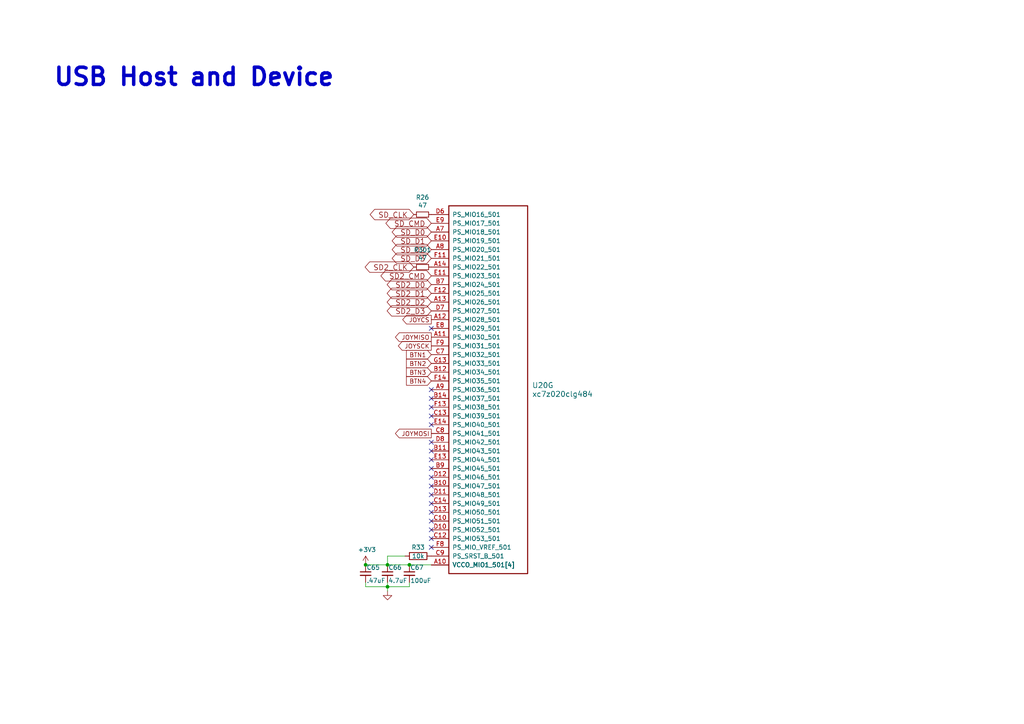
<source format=kicad_sch>
(kicad_sch (version 20231120) (generator "eeschema") (generator_version "8.0")
  (paper "A4")
  (lib_symbols
    (symbol "DFTBoard-rescue:+3V3-power" (power) (pin_names (offset 0))
      (property "Value" "power_+3V3" (at 0 3.556 0))
      (symbol "+3V3-power_0_1"
        (polyline (pts (xy -0.762 1.27) (xy 0 2.54)))
        (polyline (pts (xy 0 0) (xy 0 2.54)))
        (polyline (pts (xy 0 2.54) (xy 0.762 1.27)))
      )
      (symbol "+3V3-power_1_1"
        (pin power_in line (at 0 0 90) (length 0) hide (name "+3V3") (number "1"))
      )
    )
    (symbol "DFTBoard-rescue:GND-power" (power) (pin_names (offset 0))
      (property "Value" "power_GND" (at 0 -3.81 0))
      (symbol "GND-power_0_1"
        (polyline (pts (xy 0 0) (xy 0 -1.27) (xy 1.27 -1.27) (xy 0 -2.54) (xy -1.27 -1.27) (xy 0 -1.27)))
      )
      (symbol "GND-power_1_1"
        (pin power_in line (at 0 0 270) (length 0) hide (name "GND") (number "1"))
      )
    )
    (symbol "Device:C_Small" (pin_numbers hide) (pin_names (offset 0.254) hide)
      (property "Reference" "C" (at 0.254 1.778 0))
      (property "Value" "C_Small" (at 0.254 -2.032 0))
      (symbol "C_Small_0_1"
        (polyline (pts (xy -1.524 -0.508) (xy 1.524 -0.508)) (stroke (width 0.3302)))
        (polyline (pts (xy -1.524 0.508) (xy 1.524 0.508)) (stroke (width 0.3048)))
      )
      (symbol "C_Small_1_1"
        (pin passive line (at 0 2.54 270) (length 2.032) (name "~") (number "1"))
        (pin passive line (at 0 -2.54 90) (length 2.032) (name "~") (number "2"))
      )
    )
    (symbol "Device:R" (pin_numbers hide) (pin_names (offset 0))
      (property "Reference" "R" (at 2.032 0 90))
      (property "Value" "R" (at 0 0 90))
      (symbol "R_0_1"
        (rectangle (start -1.016 -2.54) (end 1.016 2.54) (stroke (width 0.254)))
      )
      (symbol "R_1_1"
        (pin passive line (at 0 3.81 270) (length 1.27) (name "~") (number "1"))
        (pin passive line (at 0 -3.81 90) (length 1.27) (name "~") (number "2"))
      )
    )
    (symbol "Device:R_Small" (pin_numbers hide) (pin_names (offset 0.254) hide)
      (property "Reference" "R" (at 0.762 0.508 0))
      (property "Value" "R_Small" (at 0.762 -1.016 0))
      (symbol "R_Small_0_1"
        (rectangle (start -0.762 1.778) (end 0.762 -1.778) (stroke (width 0.2032)))
      )
      (symbol "R_Small_1_1"
        (pin passive line (at 0 2.54 270) (length 0.762) (name "~") (number "1"))
        (pin passive line (at 0 -2.54 90) (length 0.762) (name "~") (number "2"))
      )
    )
    (symbol "xilinx7:xc7z020clg484" (pin_names (offset 1.016))
      (property "Reference" "U" (at 5.08 6.35 0))
      (property "Value" "xc7z020clg484" (at 5.08 3.81 0))
      (symbol "xc7z020clg484_1_1"
        (rectangle (start 5.08 2.54) (end 22.86 -55.88) (stroke (width 0.3048)))
        (pin power_in line (at 0 -17.78 0) (length 5.08) (name "RSVDGND") (number "G10"))
        (pin input line (at 0 -27.94 0) (length 5.08) (name "TCK_0") (number "G11"))
        (pin input line (at 0 -35.56 0) (length 5.08) (name "TMS_0") (number "G12"))
        (pin output line (at 0 -33.02 0) (length 5.08) (name "TDO_0") (number "G14"))
        (pin power_in line (at 0 -40.64 0) (length 5.08) (name "VCCBATT_0") (number "G9"))
        (pin input line (at 0 -30.48 0) (length 5.08) (name "TDI_0") (number "H13"))
        (pin power_in line (at 0 -38.1 0) (length 5.08) (name "VCCADC_0") (number "K11"))
        (pin power_in line (at 0 -10.16 0) (length 5.08) (name "GNDADC_0") (number "K12"))
        (pin input line (at 0 -48.26 0) (length 5.08) (name "VP_0") (number "L11"))
        (pin input line (at 0 -50.8 0) (length 5.08) (name "VREFN_0") (number "L12"))
        (pin input line (at 0 -53.34 0) (length 5.08) (name "VREFP_0") (number "M11"))
        (pin input line (at 0 -45.72 0) (length 5.08) (name "VN_0") (number "M12"))
        (pin passive line (at 0 -7.62 0) (length 5.08) (name "DXP_0") (number "N11"))
        (pin passive line (at 0 -5.08 0) (length 5.08) (name "DXN_0") (number "N12"))
        (pin power_in line (at 0 -43.18 0) (length 5.08) (name "VCCO_0") (number "R12"))
        (pin power_in line (at 0 -25.4 0) (length 5.08) (name "RSVDVCC3") (number "T10"))
        (pin input line (at 0 -15.24 0) (length 5.08) (name "PROGRAM_B_0") (number "T11"))
        (pin output line (at 0 -2.54 0) (length 5.08) (name "DONE_0") (number "T12"))
        (pin input line (at 0 0 0) (length 5.08) (name "CFGBVS_0") (number "T13"))
        (pin input line (at 0 -12.7 0) (length 5.08) (name "INIT_B_0") (number "T14"))
        (pin power_in line (at 0 -20.32 0) (length 5.08) (name "RSVDVCC1") (number "T7"))
        (pin power_in line (at 0 -22.86 0) (length 5.08) (name "RSVDVCC2") (number "T8"))
      )
      (symbol "xc7z020clg484_2_1"
        (rectangle (start 5.08 2.54) (end 30.48 -129.54) (stroke (width 0.3048)))
        (pin power_in line (at 0 -127 0) (length 5.08) (name "VCCO_13[7]") (number "AA10"))
        (pin bidirectional line (at 0 -43.18 0) (length 5.08) (name "IO_L8P_T1_13") (number "AA11"))
        (pin bidirectional line (at 0 -38.1 0) (length 5.08) (name "IO_L7P_T1_13") (number "AA12"))
        (pin bidirectional line (at 0 -91.44 0) (length 5.08) (name "IO_L18N_T2_13") (number "AA4"))
        (pin bidirectional line (at 0 -71.12 0) (length 5.08) (name "IO_L14N_T2_SRCC_13") (number "AA6"))
        (pin bidirectional line (at 0 -73.66 0) (length 5.08) (name "IO_L14P_T2_SRCC_13") (number "AA7"))
        (pin bidirectional line (at 0 -55.88 0) (length 5.08) (name "IO_L11N_T1_SRCC_13") (number "AA8"))
        (pin bidirectional line (at 0 -58.42 0) (length 5.08) (name "IO_L11P_T1_SRCC_13") (number "AA9"))
        (pin bidirectional line (at 0 -76.2 0) (length 5.08) (name "IO_L15N_T2_DQS_13") (number "AB1"))
        (pin bidirectional line (at 0 -48.26 0) (length 5.08) (name "IO_L9P_T1_DQS_13") (number "AB10"))
        (pin bidirectional line (at 0 -40.64 0) (length 5.08) (name "IO_L8N_T1_13") (number "AB11"))
        (pin bidirectional line (at 0 -35.56 0) (length 5.08) (name "IO_L7N_T1_13") (number "AB12"))
        (pin bidirectional line (at 0 -78.74 0) (length 5.08) (name "IO_L15P_T2_DQS_13") (number "AB2"))
        (pin power_in line (at 0 -127 0) (length 5.08) (name "VCCO_13[7]") (number "AB3"))
        (pin bidirectional line (at 0 -81.28 0) (length 5.08) (name "IO_L16N_T2_13") (number "AB4"))
        (pin bidirectional line (at 0 -83.82 0) (length 5.08) (name "IO_L16P_T2_13") (number "AB5"))
        (pin bidirectional line (at 0 -86.36 0) (length 5.08) (name "IO_L17N_T2_13") (number "AB6"))
        (pin bidirectional line (at 0 -88.9 0) (length 5.08) (name "IO_L17P_T2_13") (number "AB7"))
        (pin bidirectional line (at 0 -45.72 0) (length 5.08) (name "IO_L9N_T1_DQS_13") (number "AB9"))
        (pin bidirectional line (at 0 -99.06 0) (length 5.08) (name "IO_L19P_T3_13") (number "R6"))
        (pin bidirectional line (at 0 0 0) (length 5.08) (name "IO_0_13") (number "R7"))
        (pin bidirectional line (at 0 -104.14 0) (length 5.08) (name "IO_L20P_T3_13") (number "T4"))
        (pin power_in line (at 0 -127 0) (length 5.08) (name "VCCO_13[7]") (number "T5"))
        (pin bidirectional line (at 0 -96.52 0) (length 5.08) (name "IO_L19N_T3_VREF_13") (number "T6"))
        (pin bidirectional line (at 0 -33.02 0) (length 5.08) (name "IO_L6P_T0_13") (number "U10"))
        (pin bidirectional line (at 0 -25.4 0) (length 5.08) (name "IO_L5N_T0_13") (number "U11"))
        (pin bidirectional line (at 0 -27.94 0) (length 5.08) (name "IO_L5P_T0_13") (number "U12"))
        (pin bidirectional line (at 0 -101.6 0) (length 5.08) (name "IO_L20N_T3_13") (number "U4"))
        (pin bidirectional line (at 0 -111.76 0) (length 5.08) (name "IO_L22N_T3_13") (number "U5"))
        (pin bidirectional line (at 0 -114.3 0) (length 5.08) (name "IO_L22P_T3_13") (number "U6"))
        (pin bidirectional line (at 0 -2.54 0) (length 5.08) (name "IO_25_13") (number "U7"))
        (pin power_in line (at 0 -127 0) (length 5.08) (name "VCCO_13[7]") (number "U8"))
        (pin bidirectional line (at 0 -30.48 0) (length 5.08) (name "IO_L6N_T0_VREF_13") (number "U9"))
        (pin bidirectional line (at 0 -7.62 0) (length 5.08) (name "IO_L1P_T0_13") (number "V10"))
        (pin power_in line (at 0 -127 0) (length 5.08) (name "VCCO_13[7]") (number "V11"))
        (pin bidirectional line (at 0 -22.86 0) (length 5.08) (name "IO_L4P_T0_13") (number "V12"))
        (pin bidirectional line (at 0 -106.68 0) (length 5.08) (name "IO_L21N_T3_DQS_13") (number "V4"))
        (pin bidirectional line (at 0 -109.22 0) (length 5.08) (name "IO_L21P_T3_DQS_13") (number "V5"))
        (pin bidirectional line (at 0 -119.38 0) (length 5.08) (name "IO_L23P_T3_13") (number "V7"))
        (pin bidirectional line (at 0 -12.7 0) (length 5.08) (name "IO_L2P_T0_13") (number "V8"))
        (pin bidirectional line (at 0 -5.08 0) (length 5.08) (name "IO_L1N_T0_13") (number "V9"))
        (pin bidirectional line (at 0 -15.24 0) (length 5.08) (name "IO_L3N_T0_DQS_13") (number "W10"))
        (pin bidirectional line (at 0 -17.78 0) (length 5.08) (name "IO_L3P_T0_DQS_13") (number "W11"))
        (pin bidirectional line (at 0 -20.32 0) (length 5.08) (name "IO_L4N_T0_13") (number "W12"))
        (pin power_in line (at 0 -127 0) (length 5.08) (name "VCCO_13[7]") (number "W4"))
        (pin bidirectional line (at 0 -121.92 0) (length 5.08) (name "IO_L24N_T3_13") (number "W5"))
        (pin bidirectional line (at 0 -124.46 0) (length 5.08) (name "IO_L24P_T3_13") (number "W6"))
        (pin bidirectional line (at 0 -116.84 0) (length 5.08) (name "IO_L23N_T3_13") (number "W7"))
        (pin bidirectional line (at 0 -10.16 0) (length 5.08) (name "IO_L2N_T0_13") (number "W8"))
        (pin bidirectional line (at 0 -50.8 0) (length 5.08) (name "IO_L10N_T1_13") (number "Y10"))
        (pin bidirectional line (at 0 -53.34 0) (length 5.08) (name "IO_L10P_T1_13") (number "Y11"))
        (pin bidirectional line (at 0 -93.98 0) (length 5.08) (name "IO_L18P_T2_13") (number "Y4"))
        (pin bidirectional line (at 0 -66.04 0) (length 5.08) (name "IO_L13N_T2_MRCC_13") (number "Y5"))
        (pin bidirectional line (at 0 -68.58 0) (length 5.08) (name "IO_L13P_T2_MRCC_13") (number "Y6"))
        (pin power_in line (at 0 -127 0) (length 5.08) (name "VCCO_13[7]") (number "Y7"))
        (pin bidirectional line (at 0 -60.96 0) (length 5.08) (name "IO_L12N_T1_MRCC_13") (number "Y8"))
        (pin bidirectional line (at 0 -63.5 0) (length 5.08) (name "IO_L12P_T1_MRCC_13") (number "Y9"))
      )
      (symbol "xc7z020clg484_3_1"
        (rectangle (start 5.08 2.54) (end 30.48 -129.54) (stroke (width 0.3048)))
        (pin bidirectional line (at 0 -116.84 0) (length 5.08) (name "IO_L23N_T3_33") (number "AA13"))
        (pin bidirectional line (at 0 -111.76 0) (length 5.08) (name "IO_L22N_T3_33") (number "AA14"))
        (pin bidirectional line (at 0 -93.98 0) (length 5.08) (name "IO_L18P_T2_33") (number "AA16"))
        (pin bidirectional line (at 0 -88.9 0) (length 5.08) (name "IO_L17P_T2_33") (number "AA17"))
        (pin bidirectional line (at 0 -60.96 0) (length 5.08) (name "IO_L12N_T1_MRCC_33") (number "AA18"))
        (pin bidirectional line (at 0 -55.88 0) (length 5.08) (name "IO_L11N_T1_SRCC_33") (number "AA19"))
        (pin power_in line (at 0 -127 0) (length 5.08) (name "VCCO_33[6]") (number "AA20"))
        (pin bidirectional line (at 0 -43.18 0) (length 5.08) (name "IO_L8P_T1_33") (number "AA21"))
        (pin bidirectional line (at 0 -38.1 0) (length 5.08) (name "IO_L7P_T1_33") (number "AA22"))
        (pin power_in line (at 0 -127 0) (length 5.08) (name "VCCO_33[6]") (number "AB13"))
        (pin bidirectional line (at 0 -124.46 0) (length 5.08) (name "IO_L24P_T3_33") (number "AB14"))
        (pin bidirectional line (at 0 -121.92 0) (length 5.08) (name "IO_L24N_T3_33") (number "AB15"))
        (pin bidirectional line (at 0 -91.44 0) (length 5.08) (name "IO_L18N_T2_33") (number "AB16"))
        (pin bidirectional line (at 0 -86.36 0) (length 5.08) (name "IO_L17N_T2_33") (number "AB17"))
        (pin bidirectional line (at 0 -53.34 0) (length 5.08) (name "IO_L10P_T1_33") (number "AB19"))
        (pin bidirectional line (at 0 -50.8 0) (length 5.08) (name "IO_L10N_T1_33") (number "AB20"))
        (pin bidirectional line (at 0 -40.64 0) (length 5.08) (name "IO_L8N_T1_33") (number "AB21"))
        (pin bidirectional line (at 0 -35.56 0) (length 5.08) (name "IO_L7N_T1_33") (number "AB22"))
        (pin bidirectional line (at 0 -7.62 0) (length 5.08) (name "IO_L1P_T0_33") (number "T21"))
        (pin bidirectional line (at 0 -12.7 0) (length 5.08) (name "IO_L2P_T0_33") (number "T22"))
        (pin bidirectional line (at 0 -2.54 0) (length 5.08) (name "IO_25_33") (number "U14"))
        (pin bidirectional line (at 0 -78.74 0) (length 5.08) (name "IO_L15P_T2_DQS_33") (number "U15"))
        (pin bidirectional line (at 0 -76.2 0) (length 5.08) (name "IO_L15N_T2_DQS_33") (number "U16"))
        (pin bidirectional line (at 0 -83.82 0) (length 5.08) (name "IO_L16P_T2_33") (number "U17"))
        (pin power_in line (at 0 -127 0) (length 5.08) (name "VCCO_33[6]") (number "U18"))
        (pin bidirectional line (at 0 0 0) (length 5.08) (name "IO_0_33") (number "U19"))
        (pin bidirectional line (at 0 -27.94 0) (length 5.08) (name "IO_L5P_T0_33") (number "U20"))
        (pin bidirectional line (at 0 -5.08 0) (length 5.08) (name "IO_L1N_T0_33") (number "U21"))
        (pin bidirectional line (at 0 -10.16 0) (length 5.08) (name "IO_L2N_T0_33") (number "U22"))
        (pin bidirectional line (at 0 -104.14 0) (length 5.08) (name "IO_L20P_T3_33") (number "V13"))
        (pin bidirectional line (at 0 -99.06 0) (length 5.08) (name "IO_L19P_T3_33") (number "V14"))
        (pin bidirectional line (at 0 -96.52 0) (length 5.08) (name "IO_L19N_T3_VREF_33") (number "V15"))
        (pin bidirectional line (at 0 -81.28 0) (length 5.08) (name "IO_L16N_T2_33") (number "V17"))
        (pin bidirectional line (at 0 -33.02 0) (length 5.08) (name "IO_L6P_T0_33") (number "V18"))
        (pin bidirectional line (at 0 -30.48 0) (length 5.08) (name "IO_L6N_T0_VREF_33") (number "V19"))
        (pin bidirectional line (at 0 -25.4 0) (length 5.08) (name "IO_L5N_T0_33") (number "V20"))
        (pin power_in line (at 0 -127 0) (length 5.08) (name "VCCO_33[6]") (number "V21"))
        (pin bidirectional line (at 0 -17.78 0) (length 5.08) (name "IO_L3P_T0_DQS_33") (number "V22"))
        (pin bidirectional line (at 0 -101.6 0) (length 5.08) (name "IO_L20N_T3_33") (number "W13"))
        (pin power_in line (at 0 -127 0) (length 5.08) (name "VCCO_33[6]") (number "W14"))
        (pin bidirectional line (at 0 -109.22 0) (length 5.08) (name "IO_L21P_T3_DQS_33") (number "W15"))
        (pin bidirectional line (at 0 -73.66 0) (length 5.08) (name "IO_L14P_T2_SRCC_33") (number "W16"))
        (pin bidirectional line (at 0 -68.58 0) (length 5.08) (name "IO_L13P_T2_MRCC_33") (number "W17"))
        (pin bidirectional line (at 0 -66.04 0) (length 5.08) (name "IO_L13N_T2_MRCC_33") (number "W18"))
        (pin bidirectional line (at 0 -22.86 0) (length 5.08) (name "IO_L4P_T0_33") (number "W20"))
        (pin bidirectional line (at 0 -20.32 0) (length 5.08) (name "IO_L4N_T0_33") (number "W21"))
        (pin bidirectional line (at 0 -15.24 0) (length 5.08) (name "IO_L3N_T0_DQS_33") (number "W22"))
        (pin bidirectional line (at 0 -119.38 0) (length 5.08) (name "IO_L23P_T3_33") (number "Y13"))
        (pin bidirectional line (at 0 -114.3 0) (length 5.08) (name "IO_L22P_T3_33") (number "Y14"))
        (pin bidirectional line (at 0 -106.68 0) (length 5.08) (name "IO_L21N_T3_DQS_33") (number "Y15"))
        (pin bidirectional line (at 0 -71.12 0) (length 5.08) (name "IO_L14N_T2_SRCC_33") (number "Y16"))
        (pin power_in line (at 0 -127 0) (length 5.08) (name "VCCO_33[6]") (number "Y17"))
        (pin bidirectional line (at 0 -63.5 0) (length 5.08) (name "IO_L12P_T1_MRCC_33") (number "Y18"))
        (pin bidirectional line (at 0 -58.42 0) (length 5.08) (name "IO_L11P_T1_SRCC_33") (number "Y19"))
        (pin bidirectional line (at 0 -48.26 0) (length 5.08) (name "IO_L9P_T1_DQS_33") (number "Y20"))
        (pin bidirectional line (at 0 -45.72 0) (length 5.08) (name "IO_L9N_T1_DQS_33") (number "Y21"))
      )
      (symbol "xc7z020clg484_4_1"
        (rectangle (start 5.08 2.54) (end 38.1 -129.54) (stroke (width 0.3048)))
        (pin bidirectional line (at 0 0 0) (length 5.08) (name "IO_0_34") (number "H15"))
        (pin bidirectional line (at 0 -7.62 0) (length 5.08) (name "IO_L1P_T0_34") (number "J15"))
        (pin bidirectional line (at 0 -12.7 0) (length 5.08) (name "IO_L2P_T0_34") (number "J16"))
        (pin bidirectional line (at 0 -10.16 0) (length 5.08) (name "IO_L2N_T0_34") (number "J17"))
        (pin bidirectional line (at 0 -38.1 0) (length 5.08) (name "IO_L7P_T1_34") (number "J18"))
        (pin bidirectional line (at 0 -48.26 0) (length 5.08) (name "IO_L9P_T1_DQS_34") (number "J20"))
        (pin bidirectional line (at 0 -43.18 0) (length 5.08) (name "IO_L8P_T1_34") (number "J21"))
        (pin bidirectional line (at 0 -40.64 0) (length 5.08) (name "IO_L8N_T1_34") (number "J22"))
        (pin bidirectional line (at 0 -5.08 0) (length 5.08) (name "IO_L1N_T0_34") (number "K15"))
        (pin bidirectional line (at 0 -17.78 0) (length 5.08) (name "IO_L3P_T0_DQS_PUDC_B_34") (number "K16"))
        (pin power_in line (at 0 -127 0) (length 5.08) (name "VCCO_34[6]") (number "K17"))
        (pin bidirectional line (at 0 -35.56 0) (length 5.08) (name "IO_L7N_T1_34") (number "K18"))
        (pin bidirectional line (at 0 -58.42 0) (length 5.08) (name "IO_L11P_T1_SRCC_34") (number "K19"))
        (pin bidirectional line (at 0 -55.88 0) (length 5.08) (name "IO_L11N_T1_SRCC_34") (number "K20"))
        (pin bidirectional line (at 0 -45.72 0) (length 5.08) (name "IO_L9N_T1_DQS_34") (number "K21"))
        (pin bidirectional line (at 0 -15.24 0) (length 5.08) (name "IO_L3N_T0_DQS_34") (number "L16"))
        (pin bidirectional line (at 0 -22.86 0) (length 5.08) (name "IO_L4P_T0_34") (number "L17"))
        (pin bidirectional line (at 0 -63.5 0) (length 5.08) (name "IO_L12P_T1_MRCC_34") (number "L18"))
        (pin bidirectional line (at 0 -60.96 0) (length 5.08) (name "IO_L12N_T1_MRCC_34") (number "L19"))
        (pin power_in line (at 0 -127 0) (length 5.08) (name "VCCO_34[6]") (number "L20"))
        (pin bidirectional line (at 0 -53.34 0) (length 5.08) (name "IO_L10P_T1_34") (number "L21"))
        (pin bidirectional line (at 0 -50.8 0) (length 5.08) (name "IO_L10N_T1_34") (number "L22"))
        (pin bidirectional line (at 0 -33.02 0) (length 5.08) (name "IO_L6P_T0_34") (number "M15"))
        (pin bidirectional line (at 0 -30.48 0) (length 5.08) (name "IO_L6N_T0_VREF_34") (number "M16"))
        (pin bidirectional line (at 0 -20.32 0) (length 5.08) (name "IO_L4N_T0_34") (number "M17"))
        (pin bidirectional line (at 0 -68.58 0) (length 5.08) (name "IO_L13P_T2_MRCC_34") (number "M19"))
        (pin bidirectional line (at 0 -66.04 0) (length 5.08) (name "IO_L13N_T2_MRCC_34") (number "M20"))
        (pin bidirectional line (at 0 -78.74 0) (length 5.08) (name "IO_L15P_T2_DQS_34") (number "M21"))
        (pin bidirectional line (at 0 -76.2 0) (length 5.08) (name "IO_L15N_T2_DQS_34") (number "M22"))
        (pin bidirectional line (at 0 -99.06 0) (length 5.08) (name "IO_L19P_T3_34") (number "N15"))
        (pin power_in line (at 0 -127 0) (length 5.08) (name "VCCO_34[6]") (number "N16"))
        (pin bidirectional line (at 0 -27.94 0) (length 5.08) (name "IO_L5P_T0_34") (number "N17"))
        (pin bidirectional line (at 0 -25.4 0) (length 5.08) (name "IO_L5N_T0_34") (number "N18"))
        (pin bidirectional line (at 0 -73.66 0) (length 5.08) (name "IO_L14P_T2_SRCC_34") (number "N19"))
        (pin bidirectional line (at 0 -71.12 0) (length 5.08) (name "IO_L14N_T2_SRCC_34") (number "N20"))
        (pin bidirectional line (at 0 -83.82 0) (length 5.08) (name "IO_L16P_T2_34") (number "N22"))
        (pin bidirectional line (at 0 -96.52 0) (length 5.08) (name "IO_L19N_T3_VREF_34") (number "P15"))
        (pin bidirectional line (at 0 -124.46 0) (length 5.08) (name "IO_L24P_T3_34") (number "P16"))
        (pin bidirectional line (at 0 -104.14 0) (length 5.08) (name "IO_L20P_T3_34") (number "P17"))
        (pin bidirectional line (at 0 -101.6 0) (length 5.08) (name "IO_L20N_T3_34") (number "P18"))
        (pin power_in line (at 0 -127 0) (length 5.08) (name "VCCO_34[6]") (number "P19"))
        (pin bidirectional line (at 0 -93.98 0) (length 5.08) (name "IO_L18P_T2_34") (number "P20"))
        (pin bidirectional line (at 0 -91.44 0) (length 5.08) (name "IO_L18N_T2_34") (number "P21"))
        (pin bidirectional line (at 0 -81.28 0) (length 5.08) (name "IO_L16N_T2_34") (number "P22"))
        (pin bidirectional line (at 0 -2.54 0) (length 5.08) (name "IO_25_34") (number "R15"))
        (pin bidirectional line (at 0 -121.92 0) (length 5.08) (name "IO_L24N_T3_34") (number "R16"))
        (pin bidirectional line (at 0 -119.38 0) (length 5.08) (name "IO_L23P_T3_34") (number "R18"))
        (pin bidirectional line (at 0 -114.3 0) (length 5.08) (name "IO_L22P_T3_34") (number "R19"))
        (pin bidirectional line (at 0 -88.9 0) (length 5.08) (name "IO_L17P_T2_34") (number "R20"))
        (pin bidirectional line (at 0 -86.36 0) (length 5.08) (name "IO_L17N_T2_34") (number "R21"))
        (pin power_in line (at 0 -127 0) (length 5.08) (name "VCCO_34[6]") (number "R22"))
        (pin power_in line (at 0 -127 0) (length 5.08) (name "VCCO_34[6]") (number "T15"))
        (pin bidirectional line (at 0 -109.22 0) (length 5.08) (name "IO_L21P_T3_DQS_34") (number "T16"))
        (pin bidirectional line (at 0 -106.68 0) (length 5.08) (name "IO_L21N_T3_DQS_34") (number "T17"))
        (pin bidirectional line (at 0 -116.84 0) (length 5.08) (name "IO_L23N_T3_34") (number "T18"))
        (pin bidirectional line (at 0 -111.76 0) (length 5.08) (name "IO_L22N_T3_34") (number "T19"))
      )
      (symbol "xc7z020clg484_5_1"
        (rectangle (start 5.08 2.54) (end 38.1 -129.54) (stroke (width 0.3048)))
        (pin bidirectional line (at 0 -48.26 0) (length 5.08) (name "IO_L9P_T1_DQS_AD3P_35") (number "A16"))
        (pin bidirectional line (at 0 -45.72 0) (length 5.08) (name "IO_L9N_T1_DQS_AD3N_35") (number "A17"))
        (pin bidirectional line (at 0 -53.34 0) (length 5.08) (name "IO_L10P_T1_AD11P_35") (number "A18"))
        (pin bidirectional line (at 0 -50.8 0) (length 5.08) (name "IO_L10N_T1_AD11N_35") (number "A19"))
        (pin power_in line (at 0 -127 0) (length 5.08) (name "VCCO_35[7]") (number "A20"))
        (pin bidirectional line (at 0 -78.74 0) (length 5.08) (name "IO_L15P_T2_DQS_AD12P_35") (number "A21"))
        (pin bidirectional line (at 0 -76.2 0) (length 5.08) (name "IO_L15N_T2_DQS_AD12N_35") (number "A22"))
        (pin bidirectional line (at 0 -35.56 0) (length 5.08) (name "IO_L7N_T1_AD2N_35") (number "B15"))
        (pin bidirectional line (at 0 -43.18 0) (length 5.08) (name "IO_L8P_T1_AD10P_35") (number "B16"))
        (pin bidirectional line (at 0 -40.64 0) (length 5.08) (name "IO_L8N_T1_AD10N_35") (number "B17"))
        (pin bidirectional line (at 0 -68.58 0) (length 5.08) (name "IO_L13P_T2_MRCC_35") (number "B19"))
        (pin bidirectional line (at 0 -66.04 0) (length 5.08) (name "IO_L13N_T2_MRCC_35") (number "B20"))
        (pin bidirectional line (at 0 -93.98 0) (length 5.08) (name "IO_L18P_T2_AD13P_35") (number "B21"))
        (pin bidirectional line (at 0 -91.44 0) (length 5.08) (name "IO_L18N_T2_AD13N_35") (number "B22"))
        (pin bidirectional line (at 0 -38.1 0) (length 5.08) (name "IO_L7P_T1_AD2P_35") (number "C15"))
        (pin power_in line (at 0 -127 0) (length 5.08) (name "VCCO_35[7]") (number "C16"))
        (pin bidirectional line (at 0 -58.42 0) (length 5.08) (name "IO_L11P_T1_SRCC_35") (number "C17"))
        (pin bidirectional line (at 0 -55.88 0) (length 5.08) (name "IO_L11N_T1_SRCC_35") (number "C18"))
        (pin bidirectional line (at 0 -60.96 0) (length 5.08) (name "IO_L12N_T1_MRCC_35") (number "C19"))
        (pin bidirectional line (at 0 -71.12 0) (length 5.08) (name "IO_L14N_T2_AD4N_SRCC_35") (number "C20"))
        (pin bidirectional line (at 0 -81.28 0) (length 5.08) (name "IO_L16N_T2_35") (number "C22"))
        (pin bidirectional line (at 0 -15.24 0) (length 5.08) (name "IO_L3N_T0_DQS_AD1N_35") (number "D15"))
        (pin bidirectional line (at 0 -12.7 0) (length 5.08) (name "IO_L2P_T0_AD8P_35") (number "D16"))
        (pin bidirectional line (at 0 -10.16 0) (length 5.08) (name "IO_L2N_T0_AD8N_35") (number "D17"))
        (pin bidirectional line (at 0 -63.5 0) (length 5.08) (name "IO_L12P_T1_MRCC_35") (number "D18"))
        (pin power_in line (at 0 -127 0) (length 5.08) (name "VCCO_35[7]") (number "D19"))
        (pin bidirectional line (at 0 -73.66 0) (length 5.08) (name "IO_L14P_T2_AD4P_SRCC_35") (number "D20"))
        (pin bidirectional line (at 0 -86.36 0) (length 5.08) (name "IO_L17N_T2_AD5N_35") (number "D21"))
        (pin bidirectional line (at 0 -83.82 0) (length 5.08) (name "IO_L16P_T2_35") (number "D22"))
        (pin bidirectional line (at 0 -17.78 0) (length 5.08) (name "IO_L3P_T0_DQS_AD1P_35") (number "E15"))
        (pin bidirectional line (at 0 -5.08 0) (length 5.08) (name "IO_L1N_T0_AD0N_35") (number "E16"))
        (pin bidirectional line (at 0 -25.4 0) (length 5.08) (name "IO_L5N_T0_AD9N_35") (number "E18"))
        (pin bidirectional line (at 0 -109.22 0) (length 5.08) (name "IO_L21P_T3_DQS_AD14P_35") (number "E19"))
        (pin bidirectional line (at 0 -106.68 0) (length 5.08) (name "IO_L21N_T3_DQS_AD14N_35") (number "E20"))
        (pin bidirectional line (at 0 -88.9 0) (length 5.08) (name "IO_L17P_T2_AD5P_35") (number "E21"))
        (pin power_in line (at 0 -127 0) (length 5.08) (name "VCCO_35[7]") (number "E22"))
        (pin power_in line (at 0 -127 0) (length 5.08) (name "VCCO_35[7]") (number "F15"))
        (pin bidirectional line (at 0 -7.62 0) (length 5.08) (name "IO_L1P_T0_AD0P_35") (number "F16"))
        (pin bidirectional line (at 0 -30.48 0) (length 5.08) (name "IO_L6N_T0_VREF_35") (number "F17"))
        (pin bidirectional line (at 0 -27.94 0) (length 5.08) (name "IO_L5P_T0_AD9P_35") (number "F18"))
        (pin bidirectional line (at 0 -101.6 0) (length 5.08) (name "IO_L20N_T3_AD6N_35") (number "F19"))
        (pin bidirectional line (at 0 -119.38 0) (length 5.08) (name "IO_L23P_T3_35") (number "F21"))
        (pin bidirectional line (at 0 -116.84 0) (length 5.08) (name "IO_L23N_T3_35") (number "F22"))
        (pin bidirectional line (at 0 -22.86 0) (length 5.08) (name "IO_L4P_T0_35") (number "G15"))
        (pin bidirectional line (at 0 -20.32 0) (length 5.08) (name "IO_L4N_T0_35") (number "G16"))
        (pin bidirectional line (at 0 -33.02 0) (length 5.08) (name "IO_L6P_T0_35") (number "G17"))
        (pin power_in line (at 0 -127 0) (length 5.08) (name "VCCO_35[7]") (number "G18"))
        (pin bidirectional line (at 0 -104.14 0) (length 5.08) (name "IO_L20P_T3_AD6P_35") (number "G19"))
        (pin bidirectional line (at 0 -114.3 0) (length 5.08) (name "IO_L22P_T3_AD7P_35") (number "G20"))
        (pin bidirectional line (at 0 -111.76 0) (length 5.08) (name "IO_L22N_T3_AD7N_35") (number "G21"))
        (pin bidirectional line (at 0 -121.92 0) (length 5.08) (name "IO_L24N_T3_AD15N_35") (number "G22"))
        (pin bidirectional line (at 0 0 0) (length 5.08) (name "IO_0_35") (number "H17"))
        (pin bidirectional line (at 0 -2.54 0) (length 5.08) (name "IO_25_35") (number "H18"))
        (pin bidirectional line (at 0 -99.06 0) (length 5.08) (name "IO_L19P_T3_35") (number "H19"))
        (pin bidirectional line (at 0 -96.52 0) (length 5.08) (name "IO_L19N_T3_VREF_35") (number "H20"))
        (pin power_in line (at 0 -127 0) (length 5.08) (name "VCCO_35[7]") (number "H21"))
        (pin bidirectional line (at 0 -124.46 0) (length 5.08) (name "IO_L24P_T3_AD15P_35") (number "H22"))
      )
      (symbol "xc7z020clg484_6_1"
        (rectangle (start 5.08 2.54) (end 27.94 -48.26) (stroke (width 0.3048)))
        (pin bidirectional line (at 0 -5.08 0) (length 5.08) (name "PS_MIO1_500") (number "A1"))
        (pin bidirectional line (at 0 -7.62 0) (length 5.08) (name "PS_MIO2_500") (number "A2"))
        (pin bidirectional line (at 0 -15.24 0) (length 5.08) (name "PS_MIO5_500") (number "A3"))
        (pin bidirectional line (at 0 -17.78 0) (length 5.08) (name "PS_MIO6_500") (number "A4"))
        (pin bidirectional line (at 0 -35.56 0) (length 5.08) (name "PS_MIO13_500") (number "A6"))
        (pin power_in line (at 0 -45.72 0) (length 5.08) (name "VCCO_MIO0_500[2]") (number "B3"))
        (pin bidirectional line (at 0 -30.48 0) (length 5.08) (name "PS_MIO11_500") (number "B4"))
        (pin input line (at 0 -43.18 0) (length 5.08) (name "PS_POR_B_500") (number "B5"))
        (pin bidirectional line (at 0 -38.1 0) (length 5.08) (name "PS_MIO14_500") (number "B6"))
        (pin bidirectional line (at 0 -25.4 0) (length 5.08) (name "PS_MIO9_500") (number "C4"))
        (pin bidirectional line (at 0 -33.02 0) (length 5.08) (name "PS_MIO12_500") (number "C5"))
        (pin power_in line (at 0 -45.72 0) (length 5.08) (name "VCCO_MIO0_500[2]") (number "C6"))
        (pin bidirectional line (at 0 -20.32 0) (length 5.08) (name "PS_MIO7_500") (number "D5"))
        (pin bidirectional line (at 0 -12.7 0) (length 5.08) (name "PS_MIO4_500") (number "E4"))
        (pin bidirectional line (at 0 -22.86 0) (length 5.08) (name "PS_MIO8_500") (number "E5"))
        (pin bidirectional line (at 0 -40.64 0) (length 5.08) (name "PS_MIO15_500") (number "E6"))
        (pin bidirectional line (at 0 -10.16 0) (length 5.08) (name "PS_MIO3_500") (number "F6"))
        (pin input line (at 0 0 0) (length 5.08) (name "PS_CLK_500") (number "F7"))
        (pin bidirectional line (at 0 -2.54 0) (length 5.08) (name "PS_MIO0_500") (number "G6"))
        (pin bidirectional line (at 0 -27.94 0) (length 5.08) (name "PS_MIO10_500") (number "G7"))
      )
      (symbol "xc7z020clg484_7_1"
        (rectangle (start 5.08 2.54) (end 27.94 -104.14) (stroke (width 0.3048)))
        (pin power_in line (at 0 -101.6 0) (length 5.08) (name "VCCO_MIO1_501[4]") (number "A10"))
        (pin bidirectional line (at 0 -35.56 0) (length 5.08) (name "PS_MIO30_501") (number "A11"))
        (pin bidirectional line (at 0 -30.48 0) (length 5.08) (name "PS_MIO28_501") (number "A12"))
        (pin bidirectional line (at 0 -25.4 0) (length 5.08) (name "PS_MIO26_501") (number "A13"))
        (pin bidirectional line (at 0 -15.24 0) (length 5.08) (name "PS_MIO22_501") (number "A14"))
        (pin bidirectional line (at 0 -5.08 0) (length 5.08) (name "PS_MIO18_501") (number "A7"))
        (pin bidirectional line (at 0 -10.16 0) (length 5.08) (name "PS_MIO20_501") (number "A8"))
        (pin bidirectional line (at 0 -50.8 0) (length 5.08) (name "PS_MIO36_501") (number "A9"))
        (pin bidirectional line (at 0 -78.74 0) (length 5.08) (name "PS_MIO47_501") (number "B10"))
        (pin bidirectional line (at 0 -68.58 0) (length 5.08) (name "PS_MIO43_501") (number "B11"))
        (pin bidirectional line (at 0 -45.72 0) (length 5.08) (name "PS_MIO34_501") (number "B12"))
        (pin power_in line (at 0 -101.6 0) (length 5.08) (name "VCCO_MIO1_501[4]") (number "B13"))
        (pin bidirectional line (at 0 -53.34 0) (length 5.08) (name "PS_MIO37_501") (number "B14"))
        (pin bidirectional line (at 0 -20.32 0) (length 5.08) (name "PS_MIO24_501") (number "B7"))
        (pin bidirectional line (at 0 -73.66 0) (length 5.08) (name "PS_MIO45_501") (number "B9"))
        (pin bidirectional line (at 0 -88.9 0) (length 5.08) (name "PS_MIO51_501") (number "C10"))
        (pin bidirectional line (at 0 -93.98 0) (length 5.08) (name "PS_MIO53_501") (number "C12"))
        (pin bidirectional line (at 0 -58.42 0) (length 5.08) (name "PS_MIO39_501") (number "C13"))
        (pin bidirectional line (at 0 -83.82 0) (length 5.08) (name "PS_MIO49_501") (number "C14"))
        (pin bidirectional line (at 0 -40.64 0) (length 5.08) (name "PS_MIO32_501") (number "C7"))
        (pin bidirectional line (at 0 -63.5 0) (length 5.08) (name "PS_MIO41_501") (number "C8"))
        (pin input line (at 0 -99.06 0) (length 5.08) (name "PS_SRST_B_501") (number "C9"))
        (pin bidirectional line (at 0 -91.44 0) (length 5.08) (name "PS_MIO52_501") (number "D10"))
        (pin bidirectional line (at 0 -81.28 0) (length 5.08) (name "PS_MIO48_501") (number "D11"))
        (pin bidirectional line (at 0 -76.2 0) (length 5.08) (name "PS_MIO46_501") (number "D12"))
        (pin bidirectional line (at 0 -86.36 0) (length 5.08) (name "PS_MIO50_501") (number "D13"))
        (pin bidirectional line (at 0 0 0) (length 5.08) (name "PS_MIO16_501") (number "D6"))
        (pin bidirectional line (at 0 -27.94 0) (length 5.08) (name "PS_MIO27_501") (number "D7"))
        (pin bidirectional line (at 0 -66.04 0) (length 5.08) (name "PS_MIO42_501") (number "D8"))
        (pin power_in line (at 0 -101.6 0) (length 5.08) (name "VCCO_MIO1_501[4]") (number "D9"))
        (pin bidirectional line (at 0 -7.62 0) (length 5.08) (name "PS_MIO19_501") (number "E10"))
        (pin bidirectional line (at 0 -17.78 0) (length 5.08) (name "PS_MIO23_501") (number "E11"))
        (pin power_in line (at 0 -101.6 0) (length 5.08) (name "VCCO_MIO1_501[4]") (number "E12"))
        (pin bidirectional line (at 0 -71.12 0) (length 5.08) (name "PS_MIO44_501") (number "E13"))
        (pin bidirectional line (at 0 -60.96 0) (length 5.08) (name "PS_MIO40_501") (number "E14"))
        (pin bidirectional line (at 0 -33.02 0) (length 5.08) (name "PS_MIO29_501") (number "E8"))
        (pin bidirectional line (at 0 -2.54 0) (length 5.08) (name "PS_MIO17_501") (number "E9"))
        (pin bidirectional line (at 0 -12.7 0) (length 5.08) (name "PS_MIO21_501") (number "F11"))
        (pin bidirectional line (at 0 -22.86 0) (length 5.08) (name "PS_MIO25_501") (number "F12"))
        (pin bidirectional line (at 0 -55.88 0) (length 5.08) (name "PS_MIO38_501") (number "F13"))
        (pin bidirectional line (at 0 -48.26 0) (length 5.08) (name "PS_MIO35_501") (number "F14"))
        (pin power_in line (at 0 -96.52 0) (length 5.08) (name "PS_MIO_VREF_501") (number "F8"))
        (pin bidirectional line (at 0 -38.1 0) (length 5.08) (name "PS_MIO31_501") (number "F9"))
        (pin bidirectional line (at 0 -43.18 0) (length 5.08) (name "PS_MIO33_501") (number "G13"))
      )
      (symbol "xc7z020clg484_8_1"
        (rectangle (start 5.08 2.54) (end 30.48 -193.04) (stroke (width 0.3048)))
        (pin bidirectional line (at 0 -134.62 0) (length 5.08) (name "PS_DDR_DQ26_502") (number "AA1"))
        (pin output line (at 0 -66.04 0) (length 5.08) (name "PS_DDR_DM3_502") (number "AA2"))
        (pin bidirectional line (at 0 -129.54 0) (length 5.08) (name "PS_DDR_DQ24_502") (number "AA3"))
        (pin output line (at 0 -58.42 0) (length 5.08) (name "PS_DDR_DM0_502") (number "B1"))
        (pin bidirectional line (at 0 -73.66 0) (length 5.08) (name "PS_DDR_DQ2_502") (number "B2"))
        (pin bidirectional line (at 0 -160.02 0) (length 5.08) (name "PS_DDR_DQS_P0_502") (number "C2"))
        (pin bidirectional line (at 0 -71.12 0) (length 5.08) (name "PS_DDR_DQ1_502") (number "C3"))
        (pin bidirectional line (at 0 -68.58 0) (length 5.08) (name "PS_DDR_DQ0_502") (number "D1"))
        (pin bidirectional line (at 0 -149.86 0) (length 5.08) (name "PS_DDR_DQS_N0_502") (number "D2"))
        (pin bidirectional line (at 0 -76.2 0) (length 5.08) (name "PS_DDR_DQ3_502") (number "D3"))
        (pin bidirectional line (at 0 -81.28 0) (length 5.08) (name "PS_DDR_DQ5_502") (number "E1"))
        (pin power_in line (at 0 -190.5 0) (length 5.08) (name "VCCO_DDR_502[9]") (number "E2"))
        (pin bidirectional line (at 0 -78.74 0) (length 5.08) (name "PS_DDR_DQ4_502") (number "E3"))
        (pin bidirectional line (at 0 -86.36 0) (length 5.08) (name "PS_DDR_DQ7_502") (number "F1"))
        (pin bidirectional line (at 0 -83.82 0) (length 5.08) (name "PS_DDR_DQ6_502") (number "F2"))
        (pin output line (at 0 -170.18 0) (length 5.08) (name "PS_DDR_DRST_B_502") (number "F3"))
        (pin output line (at 0 -33.02 0) (length 5.08) (name "PS_DDR_A13_502") (number "F4"))
        (pin power_in line (at 0 -190.5 0) (length 5.08) (name "VCCO_DDR_502[9]") (number "F5"))
        (pin bidirectional line (at 0 -91.44 0) (length 5.08) (name "PS_DDR_DQ9_502") (number "G1"))
        (pin bidirectional line (at 0 -88.9 0) (length 5.08) (name "PS_DDR_DQ8_502") (number "G2"))
        (pin output line (at 0 -35.56 0) (length 5.08) (name "PS_DDR_A14_502") (number "G4"))
        (pin output line (at 0 -27.94 0) (length 5.08) (name "PS_DDR_A11_502") (number "G5"))
        (pin power_in line (at 0 -190.5 0) (length 5.08) (name "VCCO_DDR_502[9]") (number "H1"))
        (pin bidirectional line (at 0 -162.56 0) (length 5.08) (name "PS_DDR_DQS_P1_502") (number "H2"))
        (pin output line (at 0 -60.96 0) (length 5.08) (name "PS_DDR_DM1_502") (number "H3"))
        (pin output line (at 0 -30.48 0) (length 5.08) (name "PS_DDR_A12_502") (number "H4"))
        (pin output line (at 0 -22.86 0) (length 5.08) (name "PS_DDR_A9_502") (number "H5"))
        (pin power_in line (at 0 -177.8 0) (length 5.08) (name "PS_DDR_VREF0_502") (number "H7"))
        (pin bidirectional line (at 0 -104.14 0) (length 5.08) (name "PS_DDR_DQ14_502") (number "J1"))
        (pin bidirectional line (at 0 -152.4 0) (length 5.08) (name "PS_DDR_DQS_N1_502") (number "J2"))
        (pin output line (at 0 -25.4 0) (length 5.08) (name "PS_DDR_A10_502") (number "J3"))
        (pin power_in line (at 0 -190.5 0) (length 5.08) (name "VCCO_DDR_502[9]") (number "J4"))
        (pin output line (at 0 -20.32 0) (length 5.08) (name "PS_DDR_A8_502") (number "J5"))
        (pin output line (at 0 -17.78 0) (length 5.08) (name "PS_DDR_A7_502") (number "J6"))
        (pin output line (at 0 -15.24 0) (length 5.08) (name "PS_DDR_A6_502") (number "J7"))
        (pin bidirectional line (at 0 -101.6 0) (length 5.08) (name "PS_DDR_DQ13_502") (number "K1"))
        (pin bidirectional line (at 0 -106.68 0) (length 5.08) (name "PS_DDR_DQ15_502") (number "K3"))
        (pin output line (at 0 -5.08 0) (length 5.08) (name "PS_DDR_A2_502") (number "K4"))
        (pin output line (at 0 -12.7 0) (length 5.08) (name "PS_DDR_A5_502") (number "K5"))
        (pin output line (at 0 -10.16 0) (length 5.08) (name "PS_DDR_A4_502") (number "K6"))
        (pin power_in line (at 0 -190.5 0) (length 5.08) (name "VCCO_DDR_502[9]") (number "K7"))
        (pin bidirectional line (at 0 -93.98 0) (length 5.08) (name "PS_DDR_DQ10_502") (number "L1"))
        (pin bidirectional line (at 0 -96.52 0) (length 5.08) (name "PS_DDR_DQ11_502") (number "L2"))
        (pin bidirectional line (at 0 -99.06 0) (length 5.08) (name "PS_DDR_DQ12_502") (number "L3"))
        (pin output line (at 0 -7.62 0) (length 5.08) (name "PS_DDR_A3_502") (number "L4"))
        (pin output line (at 0 -40.64 0) (length 5.08) (name "PS_DDR_BA1_502") (number "L6"))
        (pin output line (at 0 -38.1 0) (length 5.08) (name "PS_DDR_BA0_502") (number "L7"))
        (pin bidirectional line (at 0 -109.22 0) (length 5.08) (name "PS_DDR_DQ16_502") (number "M1"))
        (pin bidirectional line (at 0 -124.46 0) (length 5.08) (name "PS_DDR_DQ22_502") (number "M2"))
        (pin power_in line (at 0 -190.5 0) (length 5.08) (name "VCCO_DDR_502[9]") (number "M3"))
        (pin output line (at 0 0 0) (length 5.08) (name "PS_DDR_A0_502") (number "M4"))
        (pin output line (at 0 -2.54 0) (length 5.08) (name "PS_DDR_A1_502") (number "M5"))
        (pin output line (at 0 -43.18 0) (length 5.08) (name "PS_DDR_BA2_502") (number "M6"))
        (pin power_out line (at 0 -182.88 0) (length 5.08) (name "PS_DDR_VRN_502") (number "M7"))
        (pin bidirectional line (at 0 -165.1 0) (length 5.08) (name "PS_DDR_DQS_P2_502") (number "N2"))
        (pin bidirectional line (at 0 -114.3 0) (length 5.08) (name "PS_DDR_DQ18_502") (number "N3"))
        (pin output line (at 0 -53.34 0) (length 5.08) (name "PS_DDR_CKP_502") (number "N4"))
        (pin output line (at 0 -50.8 0) (length 5.08) (name "PS_DDR_CKN_502") (number "N5"))
        (pin power_in line (at 0 -190.5 0) (length 5.08) (name "VCCO_DDR_502[9]") (number "N6"))
        (pin power_out line (at 0 -185.42 0) (length 5.08) (name "PS_DDR_VRP_502") (number "N7"))
        (pin output line (at 0 -63.5 0) (length 5.08) (name "PS_DDR_DM2_502") (number "P1"))
        (pin bidirectional line (at 0 -154.94 0) (length 5.08) (name "PS_DDR_DQS_N2_502") (number "P2"))
        (pin output line (at 0 -45.72 0) (length 5.08) (name "PS_DDR_CAS_B_502") (number "P3"))
        (pin output line (at 0 -172.72 0) (length 5.08) (name "PS_DDR_ODT_502") (number "P5"))
        (pin output line (at 0 -55.88 0) (length 5.08) (name "PS_DDR_CS_B_502") (number "P6"))
        (pin power_in line (at 0 -180.34 0) (length 5.08) (name "PS_DDR_VREF1_502") (number "P7"))
        (pin bidirectional line (at 0 -127 0) (length 5.08) (name "PS_DDR_DQ23_502") (number "R1"))
        (pin power_in line (at 0 -190.5 0) (length 5.08) (name "VCCO_DDR_502[9]") (number "R2"))
        (pin bidirectional line (at 0 -119.38 0) (length 5.08) (name "PS_DDR_DQ20_502") (number "R3"))
        (pin output line (at 0 -187.96 0) (length 5.08) (name "PS_DDR_WE_B_502") (number "R4"))
        (pin output line (at 0 -175.26 0) (length 5.08) (name "PS_DDR_RAS_B_502") (number "R5"))
        (pin bidirectional line (at 0 -116.84 0) (length 5.08) (name "PS_DDR_DQ19_502") (number "T1"))
        (pin bidirectional line (at 0 -121.92 0) (length 5.08) (name "PS_DDR_DQ21_502") (number "T2"))
        (pin bidirectional line (at 0 -111.76 0) (length 5.08) (name "PS_DDR_DQ17_502") (number "T3"))
        (pin bidirectional line (at 0 -132.08 0) (length 5.08) (name "PS_DDR_DQ25_502") (number "U1"))
        (pin bidirectional line (at 0 -137.16 0) (length 5.08) (name "PS_DDR_DQ27_502") (number "U2"))
        (pin power_in line (at 0 -190.5 0) (length 5.08) (name "VCCO_DDR_502[9]") (number "V1"))
        (pin bidirectional line (at 0 -167.64 0) (length 5.08) (name "PS_DDR_DQS_P3_502") (number "V2"))
        (pin output line (at 0 -48.26 0) (length 5.08) (name "PS_DDR_CKE_502") (number "V3"))
        (pin bidirectional line (at 0 -139.7 0) (length 5.08) (name "PS_DDR_DQ28_502") (number "W1"))
        (pin bidirectional line (at 0 -157.48 0) (length 5.08) (name "PS_DDR_DQS_N3_502") (number "W2"))
        (pin bidirectional line (at 0 -144.78 0) (length 5.08) (name "PS_DDR_DQ30_502") (number "W3"))
        (pin bidirectional line (at 0 -147.32 0) (length 5.08) (name "PS_DDR_DQ31_502") (number "Y1"))
        (pin bidirectional line (at 0 -142.24 0) (length 5.08) (name "PS_DDR_DQ29_502") (number "Y3"))
      )
      (symbol "xc7z020clg484_9_1"
        (rectangle (start 5.08 2.54) (end 20.32 -17.78) (stroke (width 0.3048)))
        (pin power_in line (at 0 0 0) (length 5.08) (name "GND[63]") (number "A15"))
        (pin power_in line (at 0 0 0) (length 5.08) (name "GND[63]") (number "A5"))
        (pin power_in line (at 0 0 0) (length 5.08) (name "GND[63]") (number "AA15"))
        (pin power_in line (at 0 0 0) (length 5.08) (name "GND[63]") (number "AA5"))
        (pin power_in line (at 0 0 0) (length 5.08) (name "GND[63]") (number "AB18"))
        (pin power_in line (at 0 0 0) (length 5.08) (name "GND[63]") (number "AB8"))
        (pin power_in line (at 0 0 0) (length 5.08) (name "GND[63]") (number "B18"))
        (pin power_in line (at 0 0 0) (length 5.08) (name "GND[63]") (number "B8"))
        (pin power_in line (at 0 0 0) (length 5.08) (name "GND[63]") (number "C1"))
        (pin power_in line (at 0 0 0) (length 5.08) (name "GND[63]") (number "C11"))
        (pin power_in line (at 0 0 0) (length 5.08) (name "GND[63]") (number "C21"))
        (pin power_in line (at 0 0 0) (length 5.08) (name "GND[63]") (number "D14"))
        (pin power_in line (at 0 0 0) (length 5.08) (name "GND[63]") (number "D4"))
        (pin power_in line (at 0 0 0) (length 5.08) (name "GND[63]") (number "E17"))
        (pin power_in line (at 0 0 0) (length 5.08) (name "GND[63]") (number "E7"))
        (pin power_in line (at 0 0 0) (length 5.08) (name "GND[63]") (number "F10"))
        (pin power_in line (at 0 0 0) (length 5.08) (name "GND[63]") (number "F20"))
        (pin power_in line (at 0 0 0) (length 5.08) (name "GND[63]") (number "G3"))
        (pin power_in line (at 0 -12.7 0) (length 5.08) (name "VCCPINT[6]") (number "G8"))
        (pin power_in line (at 0 -15.24 0) (length 5.08) (name "VCCPLL") (number "H10"))
        (pin power_in line (at 0 -5.08 0) (length 5.08) (name "VCCBRAM[2]") (number "H11"))
        (pin power_in line (at 0 0 0) (length 5.08) (name "GND[63]") (number "H12"))
        (pin power_in line (at 0 0 0) (length 5.08) (name "GND[63]") (number "H14"))
        (pin power_in line (at 0 0 0) (length 5.08) (name "GND[63]") (number "H16"))
        (pin power_in line (at 0 0 0) (length 5.08) (name "GND[63]") (number "H6"))
        (pin power_in line (at 0 0 0) (length 5.08) (name "GND[63]") (number "H8"))
        (pin power_in line (at 0 -12.7 0) (length 5.08) (name "VCCPINT[6]") (number "H9"))
        (pin power_in line (at 0 -5.08 0) (length 5.08) (name "VCCBRAM[2]") (number "J10"))
        (pin power_in line (at 0 0 0) (length 5.08) (name "GND[63]") (number "J11"))
        (pin power_in line (at 0 -7.62 0) (length 5.08) (name "VCCINT[8]") (number "J12"))
        (pin power_in line (at 0 0 0) (length 5.08) (name "GND[63]") (number "J13"))
        (pin power_in line (at 0 -7.62 0) (length 5.08) (name "VCCINT[8]") (number "J14"))
        (pin power_in line (at 0 0 0) (length 5.08) (name "GND[63]") (number "J19"))
        (pin power_in line (at 0 -12.7 0) (length 5.08) (name "VCCPINT[6]") (number "J8"))
        (pin power_in line (at 0 0 0) (length 5.08) (name "GND[63]") (number "J9"))
        (pin power_in line (at 0 0 0) (length 5.08) (name "GND[63]") (number "K10"))
        (pin power_in line (at 0 -7.62 0) (length 5.08) (name "VCCINT[8]") (number "K13"))
        (pin power_in line (at 0 0 0) (length 5.08) (name "GND[63]") (number "K14"))
        (pin power_in line (at 0 0 0) (length 5.08) (name "GND[63]") (number "K2"))
        (pin power_in line (at 0 0 0) (length 5.08) (name "GND[63]") (number "K22"))
        (pin power_in line (at 0 0 0) (length 5.08) (name "GND[63]") (number "K8"))
        (pin power_in line (at 0 -10.16 0) (length 5.08) (name "VCCPAUX[4]") (number "K9"))
        (pin power_in line (at 0 -2.54 0) (length 5.08) (name "VCCAUX[4]") (number "L10"))
        (pin power_in line (at 0 0 0) (length 5.08) (name "GND[63]") (number "L13"))
        (pin power_in line (at 0 -7.62 0) (length 5.08) (name "VCCINT[8]") (number "L14"))
        (pin power_in line (at 0 0 0) (length 5.08) (name "GND[63]") (number "L15"))
        (pin power_in line (at 0 0 0) (length 5.08) (name "GND[63]") (number "L5"))
        (pin power_in line (at 0 -12.7 0) (length 5.08) (name "VCCPINT[6]") (number "L8"))
        (pin power_in line (at 0 0 0) (length 5.08) (name "GND[63]") (number "L9"))
        (pin power_in line (at 0 0 0) (length 5.08) (name "GND[63]") (number "M10"))
        (pin power_in line (at 0 -7.62 0) (length 5.08) (name "VCCINT[8]") (number "M13"))
        (pin power_in line (at 0 0 0) (length 5.08) (name "GND[63]") (number "M14"))
        (pin power_in line (at 0 0 0) (length 5.08) (name "GND[63]") (number "M18"))
        (pin power_in line (at 0 0 0) (length 5.08) (name "GND[63]") (number "M8"))
        (pin power_in line (at 0 -10.16 0) (length 5.08) (name "VCCPAUX[4]") (number "M9"))
        (pin power_in line (at 0 0 0) (length 5.08) (name "GND[63]") (number "N1"))
        (pin power_in line (at 0 -2.54 0) (length 5.08) (name "VCCAUX[4]") (number "N10"))
        (pin power_in line (at 0 0 0) (length 5.08) (name "GND[63]") (number "N13"))
        (pin power_in line (at 0 -7.62 0) (length 5.08) (name "VCCINT[8]") (number "N14"))
        (pin power_in line (at 0 0 0) (length 5.08) (name "GND[63]") (number "N21"))
        (pin power_in line (at 0 -12.7 0) (length 5.08) (name "VCCPINT[6]") (number "N8"))
        (pin power_in line (at 0 0 0) (length 5.08) (name "GND[63]") (number "N9"))
        (pin power_in line (at 0 0 0) (length 5.08) (name "GND[63]") (number "P10"))
        (pin power_in line (at 0 -2.54 0) (length 5.08) (name "VCCAUX[4]") (number "P11"))
        (pin power_in line (at 0 0 0) (length 5.08) (name "GND[63]") (number "P12"))
        (pin power_in line (at 0 -7.62 0) (length 5.08) (name "VCCINT[8]") (number "P13"))
        (pin power_in line (at 0 0 0) (length 5.08) (name "GND[63]") (number "P14"))
        (pin power_in line (at 0 0 0) (length 5.08) (name "GND[63]") (number "P4"))
        (pin power_in line (at 0 0 0) (length 5.08) (name "GND[63]") (number "P8"))
        (pin power_in line (at 0 -10.16 0) (length 5.08) (name "VCCPAUX[4]") (number "P9"))
        (pin power_in line (at 0 -2.54 0) (length 5.08) (name "VCCAUX[4]") (number "R10"))
        (pin power_in line (at 0 0 0) (length 5.08) (name "GND[63]") (number "R11"))
        (pin power_in line (at 0 0 0) (length 5.08) (name "GND[63]") (number "R13"))
        (pin power_in line (at 0 -7.62 0) (length 5.08) (name "VCCINT[8]") (number "R14"))
        (pin power_in line (at 0 0 0) (length 5.08) (name "GND[63]") (number "R17"))
        (pin power_in line (at 0 -12.7 0) (length 5.08) (name "VCCPINT[6]") (number "R8"))
        (pin power_in line (at 0 0 0) (length 5.08) (name "GND[63]") (number "R9"))
        (pin power_in line (at 0 0 0) (length 5.08) (name "GND[63]") (number "T20"))
        (pin power_in line (at 0 -10.16 0) (length 5.08) (name "VCCPAUX[4]") (number "T9"))
        (pin power_in line (at 0 0 0) (length 5.08) (name "GND[63]") (number "U13"))
        (pin power_in line (at 0 0 0) (length 5.08) (name "GND[63]") (number "U3"))
        (pin power_in line (at 0 0 0) (length 5.08) (name "GND[63]") (number "V16"))
        (pin power_in line (at 0 0 0) (length 5.08) (name "GND[63]") (number "V6"))
        (pin power_in line (at 0 0 0) (length 5.08) (name "GND[63]") (number "W19"))
        (pin power_in line (at 0 0 0) (length 5.08) (name "GND[63]") (number "W9"))
        (pin power_in line (at 0 0 0) (length 5.08) (name "GND[63]") (number "Y12"))
        (pin power_in line (at 0 0 0) (length 5.08) (name "GND[63]") (number "Y2"))
        (pin power_in line (at 0 0 0) (length 5.08) (name "GND[63]") (number "Y22"))
      )
    )
  )
  (junction (at 112.395 163.83))
  (junction (at 112.395 170.18))
  (junction (at 106.045 163.83))
  (junction (at 118.745 163.83))
  (no_connect (at 125.095 151.13))
  (no_connect (at 125.095 95.25))
  (no_connect (at 125.095 158.75))
  (no_connect (at 125.095 113.03))
  (no_connect (at 125.095 118.11))
  (no_connect (at 125.095 128.27))
  (no_connect (at 125.095 140.97))
  (no_connect (at 125.095 133.35))
  (no_connect (at 125.095 156.21))
  (no_connect (at 125.095 148.59))
  (no_connect (at 125.095 123.19))
  (no_connect (at 125.095 130.81))
  (no_connect (at 125.095 115.57))
  (no_connect (at 125.095 146.05))
  (no_connect (at 125.095 120.65))
  (no_connect (at 125.095 135.89))
  (no_connect (at 125.095 143.51))
  (no_connect (at 125.095 153.67))
  (no_connect (at 125.095 138.43))
  (wire (pts (xy 106.045 170.18) (xy 112.395 170.18)))
  (wire (pts (xy 112.395 161.29) (xy 112.395 163.83)))
  (wire (pts (xy 106.045 163.83) (xy 112.395 163.83)))
  (wire (pts (xy 112.395 170.18) (xy 118.745 170.18)))
  (wire (pts (xy 112.395 163.83) (xy 118.745 163.83)))
  (wire (pts (xy 117.475 161.29) (xy 112.395 161.29)))
  (wire (pts (xy 118.745 170.18) (xy 118.745 168.91)))
  (wire (pts (xy 112.395 170.18) (xy 112.395 171.45)))
  (wire (pts (xy 106.045 168.91) (xy 106.045 170.18)))
  (wire (pts (xy 125.095 163.83) (xy 118.745 163.83)))
  (wire (pts (xy 112.395 170.18) (xy 112.395 168.91)))
  (text "USB Host and Device" (at 15.24 25.4 0) (effects (font (size 5.0038 5.0038) (thickness 1.0008) (bold yes)) (justify left bottom)))
  (global_label "JOYMISO" (shape output) (at 125.095 97.79 180) (property "Intersheetrefs" "${INTERSHEET_REFS}" (effects (hide yes))))
  (global_label "SD2_CMD" (shape bidirectional) (at 125.095 80.01 180) (effects (font (size 1.524 1.524))) (property "Intersheetrefs" "${INTERSHEET_REFS}" (effects (hide yes))))
  (global_label "BTN4" (shape input) (at 125.095 110.49 180) (property "Intersheetrefs" "${INTERSHEET_REFS}" (effects (hide yes))))
  (global_label "SD_D1" (shape bidirectional) (at 125.095 69.85 180) (effects (font (size 1.524 1.524))) (property "Intersheetrefs" "${INTERSHEET_REFS}" (effects (hide yes))))
  (global_label "SD2_CLK" (shape bidirectional) (at 120.015 77.47 180) (effects (font (size 1.524 1.524))) (property "Intersheetrefs" "${INTERSHEET_REFS}" (effects (hide yes))))
  (global_label "SD_D3" (shape bidirectional) (at 125.095 74.93 180) (effects (font (size 1.524 1.524))) (property "Intersheetrefs" "${INTERSHEET_REFS}" (effects (hide yes))))
  (global_label "SD_D2" (shape bidirectional) (at 125.095 72.39 180) (effects (font (size 1.524 1.524))) (property "Intersheetrefs" "${INTERSHEET_REFS}" (effects (hide yes))))
  (global_label "JOYCS" (shape output) (at 125.095 92.71 180) (property "Intersheetrefs" "${INTERSHEET_REFS}" (effects (hide yes))))
  (global_label "SD2_D3" (shape bidirectional) (at 125.095 90.17 180) (effects (font (size 1.524 1.524))) (property "Intersheetrefs" "${INTERSHEET_REFS}" (effects (hide yes))))
  (global_label "JOYSCK" (shape output) (at 125.095 100.33 180) (property "Intersheetrefs" "${INTERSHEET_REFS}" (effects (hide yes))))
  (global_label "SD2_D2" (shape bidirectional) (at 125.095 87.63 180) (effects (font (size 1.524 1.524))) (property "Intersheetrefs" "${INTERSHEET_REFS}" (effects (hide yes))))
  (global_label "BTN1" (shape input) (at 125.095 102.87 180) (property "Intersheetrefs" "${INTERSHEET_REFS}" (effects (hide yes))))
  (global_label "SD_CMD" (shape bidirectional) (at 125.095 64.77 180) (effects (font (size 1.524 1.524))) (property "Intersheetrefs" "${INTERSHEET_REFS}" (effects (hide yes))))
  (global_label "BTN2" (shape input) (at 125.095 105.41 180) (property "Intersheetrefs" "${INTERSHEET_REFS}" (effects (hide yes))))
  (global_label "SD_CLK" (shape bidirectional) (at 120.015 62.23 180) (effects (font (size 1.524 1.524))) (property "Intersheetrefs" "${INTERSHEET_REFS}" (effects (hide yes))))
  (global_label "SD2_D1" (shape bidirectional) (at 125.095 85.09 180) (effects (font (size 1.524 1.524))) (property "Intersheetrefs" "${INTERSHEET_REFS}" (effects (hide yes))))
  (global_label "SD_D0" (shape bidirectional) (at 125.095 67.31 180) (effects (font (size 1.524 1.524))) (property "Intersheetrefs" "${INTERSHEET_REFS}" (effects (hide yes))))
  (global_label "JOYMOSI" (shape output) (at 125.095 125.73 180) (property "Intersheetrefs" "${INTERSHEET_REFS}" (effects (hide yes))))
  (global_label "BTN3" (shape input) (at 125.095 107.95 180) (property "Intersheetrefs" "${INTERSHEET_REFS}" (effects (hide yes))))
  (global_label "SD2_D0" (shape bidirectional) (at 125.095 82.55 180) (effects (font (size 1.524 1.524))) (property "Intersheetrefs" "${INTERSHEET_REFS}" (effects (hide yes))))
  (symbol (lib_id "Device:R") (at 121.285 161.29 270) (unit 1)
    (property "Reference" "R33" (at 121.285 158.75 90))
    (property "Value" "10k" (at 121.285 161.29 90))
    (property "Footprint" "Resistor_SMD:R_0402_1005Metric" (effects (hide yes)))
    (property "MFR" "Yageo" (effects (hide yes)))
    (property "MPN" "RC0402FR-0710KL" (effects (hide yes)))
    (property "SPR" "Digikey" (effects (hide yes)))
    (property "SPN" "311-10.0KLRTR-ND" (effects (hide yes)))
  )
  (symbol (lib_id "DFTBoard-rescue:+3V3-power") (at 106.045 163.83 0) (unit 1)
    (property "Reference" "#PWR0101" (effects (hide yes)))
    (property "Value" "+3V3" (at 106.426 159.4358 0))
  )
  (symbol (lib_id "Device:C_Small") (at 118.745 166.37 0) (unit 1)
    (property "Reference" "C67" (at 118.999 164.592 0) (effects (justify left)))
    (property "Value" "100uF" (at 118.999 168.402 0) (effects (justify left)))
    (property "Footprint" "Capacitor_SMD:C_1210_3225Metric" (effects (hide yes)))
    (property "MFR" "TAIYO YUDEN" (effects (hide yes)))
    (property "MPN" "JMK325ABJ107MM-P" (effects (hide yes)))
    (property "SPR" "Digikey" (effects (hide yes)))
    (property "SPN" "587-4313-1-ND" (effects (hide yes)))
  )
  (symbol (lib_id "Device:C_Small") (at 106.045 166.37 0) (unit 1)
    (property "Reference" "C65" (at 106.299 164.592 0) (effects (justify left)))
    (property "Value" ".47uF" (at 106.299 168.402 0) (effects (justify left)))
    (property "Footprint" "Capacitor_SMD:C_0402_1005Metric" (effects (hide yes)))
    (property "MFR" "Yageo" (effects (hide yes)))
    (property "MPN" "CC0402KRX5R5BB474" (effects (hide yes)))
    (property "SPR" "Digikey" (effects (hide yes)))
    (property "SPN" "311-1684-1-ND" (effects (hide yes)))
  )
  (symbol (lib_id "Device:C_Small") (at 112.395 166.37 0) (unit 1)
    (property "Reference" "C66" (at 112.649 164.592 0) (effects (justify left)))
    (property "Value" "4.7uF" (at 112.649 168.402 0) (effects (justify left)))
    (property "Footprint" "Capacitor_SMD:C_0402_1005Metric" (effects (hide yes)))
    (property "MFR" "Murata" (effects (hide yes)))
    (property "MPN" "GRM155R60G475ME47D" (effects (hide yes)))
    (property "SPR" "Digikey" (effects (hide yes)))
    (property "SPN" "490-11980-1-ND" (effects (hide yes)))
  )
  (symbol (lib_id "DFTBoard-rescue:GND-power") (at 112.395 171.45 0) (unit 1)
    (property "Reference" "#PWR0102" (effects (hide yes)))
    (property "Value" "GND" (effects (hide yes)))
  )
  (symbol (lib_id "Device:R_Small") (at 122.555 62.23 270) (unit 1)
    (property "Reference" "R26" (at 122.555 57.2516 90))
    (property "Value" "47" (at 122.555 59.563 90))
    (property "Footprint" "Resistor_SMD:R_0402_1005Metric" (effects (hide yes)))
    (property "MFR" "Yageo" (effects (hide yes)))
    (property "MPN" "RC0402JR-0747RL" (effects (hide yes)))
    (property "SPR" "Digikey" (effects (hide yes)))
    (property "SPN" "311-47JRTR-ND" (effects (hide yes)))
    (property "SPURL" "-" (effects (hide yes)))
  )
  (symbol (lib_id "xilinx7:xc7z020clg484") (at 125.095 62.23 0) (unit 7)
    (property "Reference" "U20" (at 154.305 111.7599 0) (effects (font (size 1.524 1.524)) (justify left)))
    (property "Value" "xc7z020clg484" (at 154.305 114.2999 0) (effects (font (size 1.524 1.524)) (justify left)))
    (property "Footprint" "DFTcustom:BGA-484_19.0x19.0mm_Layout22x22_P0.80mm_dia0.40mm" (effects (hide yes)))
  )
  (symbol (lib_id "Device:R_Small") (at 122.555 77.47 270) (unit 1)
    (property "Reference" "R301" (at 122.555 72.4916 90))
    (property "Value" "47" (at 122.555 74.803 90))
    (property "Footprint" "Resistor_SMD:R_0402_1005Metric" (effects (hide yes)))
    (property "MFR" "Yageo" (effects (hide yes)))
    (property "MPN" "RC0402JR-0747RL" (effects (hide yes)))
    (property "SPR" "Digikey" (effects (hide yes)))
    (property "SPN" "311-47JRTR-ND" (effects (hide yes)))
    (property "SPURL" "-" (effects (hide yes)))
  )
)
</source>
